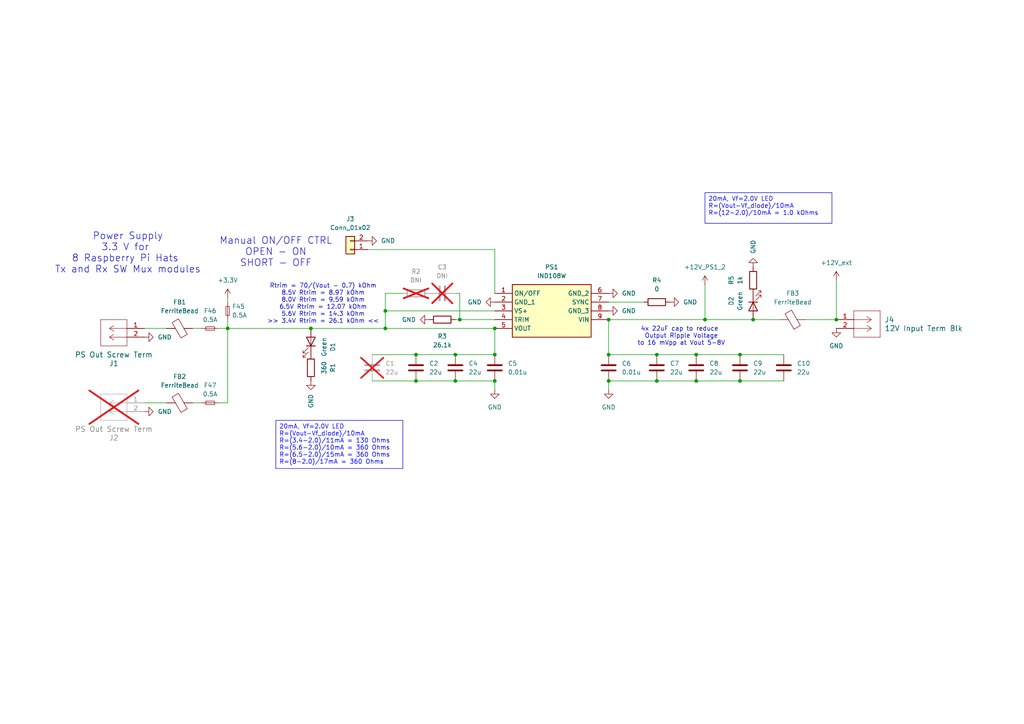
<source format=kicad_sch>
(kicad_sch (version 20231120) (generator "eeschema") (generator_version "8.0")
  (paper "A4")
  (title_block (title "+3.3V DC/DC module") (date "2024-04-04") (rev "1.0"))
  (lib_symbols
    (symbol "BCRL_power_supply:IND108W"
      (property "Reference" "PS" (at 29.21 7.62 0))
      (property "Value" "IND108W" (at 29.21 5.08 0))
      (symbol "IND108W_1_1"
        (rectangle (start 5.08 2.54) (end 27.94 -12.7) (stroke (width 0.254)) (fill (type background)))
        (pin passive line (at 0 0 0) (length 5.08) (name "ON/OFF") (number "1"))
        (pin passive line (at 0 -2.54 0) (length 5.08) (name "GND_1") (number "2"))
        (pin passive line (at 0 -5.08 0) (length 5.08) (name "VS+") (number "3"))
        (pin passive line (at 0 -7.62 0) (length 5.08) (name "TRIM") (number "4"))
        (pin passive line (at 0 -10.16 0) (length 5.08) (name "VOUT") (number "5"))
        (pin passive line (at 33.02 0 180) (length 5.08) (name "GND_2") (number "6"))
        (pin passive line (at 33.02 -2.54 180) (length 5.08) (name "SYNC") (number "7"))
        (pin passive line (at 33.02 -5.08 180) (length 5.08) (name "GND_3") (number "8"))
        (pin passive line (at 33.02 -7.62 180) (length 5.08) (name "VIN") (number "9"))
      )
    )
    (symbol "BCRL_power_supply:OSTVN02A150" (pin_names (offset 0.254) hide)
      (property "Reference" "J" (at 8.89 6.35 0))
      (property "Value" "OSTVN02A150" (at 5.08 -6.35 0))
      (symbol "OSTVN02A150_1_1"
        (polyline (pts (xy 5.08 -5.08) (xy 12.7 -5.08)) (stroke (width 0.127)))
        (polyline (pts (xy 5.08 2.54) (xy 5.08 -5.08)) (stroke (width 0.127)))
        (polyline (pts (xy 10.16 -2.54) (xy 5.08 -2.54)) (stroke (width 0.127)))
        (polyline (pts (xy 10.16 -2.54) (xy 8.89 -3.3867)) (stroke (width 0.127)))
        (polyline (pts (xy 10.16 -2.54) (xy 8.89 -1.6933)) (stroke (width 0.127)))
        (polyline (pts (xy 10.16 0) (xy 5.08 0)) (stroke (width 0.127)))
        (polyline (pts (xy 10.16 0) (xy 8.89 -0.8467)) (stroke (width 0.127)))
        (polyline (pts (xy 10.16 0) (xy 8.89 0.8467)) (stroke (width 0.127)))
        (polyline (pts (xy 12.7 -5.08) (xy 12.7 2.54)) (stroke (width 0.127)))
        (polyline (pts (xy 12.7 2.54) (xy 5.08 2.54)) (stroke (width 0.127)))
        (pin unspecified line (at 0 0 0) (length 5.08) (name "1") (number "1"))
        (pin unspecified line (at 0 -2.54 0) (length 5.08) (name "2") (number "2"))
      )
      (symbol "OSTVN02A150_1_2"
        (polyline (pts (xy 5.08 -5.08) (xy 12.7 -5.08)) (stroke (width 0.127)))
        (polyline (pts (xy 5.08 2.54) (xy 5.08 -5.08)) (stroke (width 0.127)))
        (polyline (pts (xy 7.62 -2.54) (xy 5.08 -2.54)) (stroke (width 0.127)))
        (polyline (pts (xy 7.62 -2.54) (xy 8.89 -3.3867)) (stroke (width 0.127)))
        (polyline (pts (xy 7.62 -2.54) (xy 8.89 -1.6933)) (stroke (width 0.127)))
        (polyline (pts (xy 7.62 0) (xy 5.08 0)) (stroke (width 0.127)))
        (polyline (pts (xy 7.62 0) (xy 8.89 -0.8467)) (stroke (width 0.127)))
        (polyline (pts (xy 7.62 0) (xy 8.89 0.8467)) (stroke (width 0.127)))
        (polyline (pts (xy 12.7 -5.08) (xy 12.7 2.54)) (stroke (width 0.127)))
        (polyline (pts (xy 12.7 2.54) (xy 5.08 2.54)) (stroke (width 0.127)))
        (pin unspecified line (at 0 0 0) (length 5.08) (name "1") (number "1"))
        (pin unspecified line (at 0 -2.54 0) (length 5.08) (name "2") (number "2"))
      )
    )
    (symbol "C_1" (pin_numbers hide) (pin_names (offset 0.254) hide)
      (property "Reference" "C" (at 0.635 2.54 0))
      (property "Value" "C" (at 0.635 -2.54 0))
      (symbol "C_1_0_1"
        (polyline (pts (xy -2.032 -0.762) (xy 2.032 -0.762)) (stroke (width 0.508)))
        (polyline (pts (xy -2.032 0.762) (xy 2.032 0.762)) (stroke (width 0.508)))
      )
      (symbol "C_1_1_1"
        (pin passive line (at 0 3.81 270) (length 2.794) (name "~") (number "1"))
        (pin passive line (at 0 -3.81 90) (length 2.794) (name "~") (number "2"))
      )
    )
    (symbol "Connector_Generic:Conn_01x02" (pin_names (offset 1.016) hide)
      (property "Reference" "J" (at 0 2.54 0))
      (property "Value" "Conn_01x02" (at 0 -5.08 0))
      (symbol "Conn_01x02_1_1"
        (rectangle (start -1.27 -2.413) (end 0 -2.667) (stroke (width 0.1524)))
        (rectangle (start -1.27 0.127) (end 0 -0.127) (stroke (width 0.1524)))
        (rectangle (start -1.27 1.27) (end 1.27 -3.81) (stroke (width 0.254)) (fill (type background)))
        (pin passive line (at -5.08 0 0) (length 3.81) (name "Pin_1") (number "1"))
        (pin passive line (at -5.08 -2.54 0) (length 3.81) (name "Pin_2") (number "2"))
      )
    )
    (symbol "Device:C" (pin_numbers hide) (pin_names (offset 0.254))
      (property "Reference" "C" (at 0.635 2.54 0))
      (property "Value" "C" (at 0.635 -2.54 0))
      (symbol "C_0_1"
        (polyline (pts (xy -2.032 -0.762) (xy 2.032 -0.762)) (stroke (width 0.508)))
        (polyline (pts (xy -2.032 0.762) (xy 2.032 0.762)) (stroke (width 0.508)))
      )
      (symbol "C_1_1"
        (pin passive line (at 0 3.81 270) (length 2.794) (name "~") (number "1"))
        (pin passive line (at 0 -3.81 90) (length 2.794) (name "~") (number "2"))
      )
    )
    (symbol "Device:FerriteBead" (pin_numbers hide) (pin_names (offset 0))
      (property "Reference" "FB" (at -3.81 0.635 90))
      (property "Value" "FerriteBead" (at 3.81 0 90))
      (symbol "FerriteBead_0_1"
        (polyline (pts (xy 0 -1.27) (xy 0 -1.2192)))
        (polyline (pts (xy 0 1.27) (xy 0 1.2954)))
        (polyline (pts (xy -2.7686 0.4064) (xy -1.7018 2.2606) (xy 2.7686 -0.3048) (xy 1.6764 -2.159) (xy -2.7686 0.4064)))
      )
      (symbol "FerriteBead_1_1"
        (pin passive line (at 0 3.81 270) (length 2.54) (name "~") (number "1"))
        (pin passive line (at 0 -3.81 90) (length 2.54) (name "~") (number "2"))
      )
    )
    (symbol "Device:Fuse_Small" (pin_numbers hide) (pin_names (offset 0.254) hide)
      (property "Reference" "F" (at 0 -1.524 0))
      (property "Value" "Fuse_Small" (at 0 1.524 0))
      (symbol "Fuse_Small_0_1"
        (rectangle (start -1.27 0.508) (end 1.27 -0.508))
        (polyline (pts (xy -1.27 0) (xy 1.27 0)))
      )
      (symbol "Fuse_Small_1_1"
        (pin passive line (at -2.54 0 0) (length 1.27) (name "~") (number "1"))
        (pin passive line (at 2.54 0 180) (length 1.27) (name "~") (number "2"))
      )
    )
    (symbol "Device:LED" (pin_numbers hide) (pin_names (offset 1.016) hide)
      (property "Reference" "D" (at 0 2.54 0))
      (property "Value" "LED" (at 0 -2.54 0))
      (symbol "LED_0_1"
        (polyline (pts (xy -1.27 -1.27) (xy -1.27 1.27)) (stroke (width 0.254)))
        (polyline (pts (xy -1.27 0) (xy 1.27 0)))
        (polyline (pts (xy 1.27 -1.27) (xy 1.27 1.27) (xy -1.27 0) (xy 1.27 -1.27)) (stroke (width 0.254)))
        (polyline (pts (xy -3.048 -0.762) (xy -4.572 -2.286) (xy -3.81 -2.286) (xy -4.572 -2.286) (xy -4.572 -1.524)))
        (polyline (pts (xy -1.778 -0.762) (xy -3.302 -2.286) (xy -2.54 -2.286) (xy -3.302 -2.286) (xy -3.302 -1.524)))
      )
      (symbol "LED_1_1"
        (pin passive line (at -3.81 0 0) (length 2.54) (name "K") (number "1"))
        (pin passive line (at 3.81 0 180) (length 2.54) (name "A") (number "2"))
      )
    )
    (symbol "Device:R" (pin_numbers hide) (pin_names (offset 0))
      (property "Reference" "R" (at 2.032 0 90))
      (property "Value" "R" (at 0 0 90))
      (symbol "R_0_1"
        (rectangle (start -1.016 -2.54) (end 1.016 2.54) (stroke (width 0.254)))
      )
      (symbol "R_1_1"
        (pin passive line (at 0 3.81 270) (length 1.27) (name "~") (number "1"))
        (pin passive line (at 0 -3.81 90) (length 1.27) (name "~") (number "2"))
      )
    )
    (symbol "GND_1" (power) (pin_numbers hide) (pin_names (offset 0) hide)
      (property "Value" "GND" (at 0 -3.81 0))
      (symbol "GND_1_0_1"
        (polyline (pts (xy 0 0) (xy 0 -1.27) (xy 1.27 -1.27) (xy 0 -2.54) (xy -1.27 -1.27) (xy 0 -1.27)))
      )
      (symbol "GND_1_1_1"
        (pin power_in line (at 0 0 270) (length 0) hide (name "GND") (number "1"))
      )
    )
    (symbol "GND_2" (power) (pin_numbers hide) (pin_names (offset 0) hide)
      (property "Value" "GND" (at 0 -3.81 0))
      (symbol "GND_2_0_1"
        (polyline (pts (xy 0 0) (xy 0 -1.27) (xy 1.27 -1.27) (xy 0 -2.54) (xy -1.27 -1.27) (xy 0 -1.27)))
      )
      (symbol "GND_2_1_1"
        (pin power_in line (at 0 0 270) (length 0) hide (name "GND") (number "1"))
      )
    )
    (symbol "GND_3" (power) (pin_numbers hide) (pin_names (offset 0) hide)
      (property "Value" "GND" (at 0 -3.81 0))
      (symbol "GND_3_0_1"
        (polyline (pts (xy 0 0) (xy 0 -1.27) (xy 1.27 -1.27) (xy 0 -2.54) (xy -1.27 -1.27) (xy 0 -1.27)))
      )
      (symbol "GND_3_1_1"
        (pin power_in line (at 0 0 270) (length 0) hide (name "GND") (number "1"))
      )
    )
    (symbol "GND_4" (power) (pin_numbers hide) (pin_names (offset 0) hide)
      (property "Value" "GND" (at 0 -3.81 0))
      (symbol "GND_4_0_1"
        (polyline (pts (xy 0 0) (xy 0 -1.27) (xy 1.27 -1.27) (xy 0 -2.54) (xy -1.27 -1.27) (xy 0 -1.27)))
      )
      (symbol "GND_4_1_1"
        (pin power_in line (at 0 0 270) (length 0) hide (name "GND") (number "1"))
      )
    )
    (symbol "GND_5" (power) (pin_numbers hide) (pin_names (offset 0) hide)
      (property "Value" "GND" (at 0 -3.81 0))
      (symbol "GND_5_0_1"
        (polyline (pts (xy 0 0) (xy 0 -1.27) (xy 1.27 -1.27) (xy 0 -2.54) (xy -1.27 -1.27) (xy 0 -1.27)))
      )
      (symbol "GND_5_1_1"
        (pin power_in line (at 0 0 270) (length 0) hide (name "GND") (number "1"))
      )
    )
    (symbol "power:+12V" (power) (pin_numbers hide) (pin_names (offset 0) hide)
      (property "Value" "+12V" (at 0 3.556 0))
      (symbol "+12V_0_1"
        (polyline (pts (xy -0.762 1.27) (xy 0 2.54)))
        (polyline (pts (xy 0 0) (xy 0 2.54)))
        (polyline (pts (xy 0 2.54) (xy 0.762 1.27)))
      )
      (symbol "+12V_1_1"
        (pin power_in line (at 0 0 90) (length 0) (name "~") (number "1"))
      )
    )
    (symbol "power:+3.3V" (power) (pin_numbers hide) (pin_names (offset 0) hide)
      (property "Value" "+3.3V" (at 0 3.556 0))
      (symbol "+3.3V_0_1"
        (polyline (pts (xy -0.762 1.27) (xy 0 2.54)))
        (polyline (pts (xy 0 0) (xy 0 2.54)))
        (polyline (pts (xy 0 2.54) (xy 0.762 1.27)))
      )
      (symbol "+3.3V_1_1"
        (pin power_in line (at 0 0 90) (length 0) (name "~") (number "1"))
      )
    )
    (symbol "power:GND" (power) (pin_numbers hide) (pin_names (offset 0) hide)
      (property "Value" "GND" (at 0 -3.81 0))
      (symbol "GND_0_1"
        (polyline (pts (xy 0 0) (xy 0 -1.27) (xy 1.27 -1.27) (xy 0 -2.54) (xy -1.27 -1.27) (xy 0 -1.27)))
      )
      (symbol "GND_1_1"
        (pin power_in line (at 0 0 270) (length 0) hide (name "GND") (number "1"))
      )
    )
  )
  (junction (at 120.65 110.49))
  (junction (at 66.04 95.25))
  (junction (at 143.51 110.49))
  (junction (at 143.51 102.87))
  (junction (at 111.76 90.17))
  (junction (at 190.5 102.87))
  (junction (at 204.47 92.71))
  (junction (at 214.63 110.49))
  (junction (at 133.35 92.71))
  (junction (at 176.53 102.87))
  (junction (at 120.65 102.87))
  (junction (at 242.57 92.71))
  (junction (at 90.17 95.25))
  (junction (at 218.44 92.71))
  (junction (at 176.53 110.49))
  (junction (at 201.93 102.87))
  (junction (at 214.63 102.87))
  (junction (at 132.08 110.49))
  (junction (at 143.51 95.25))
  (junction (at 132.08 102.87))
  (junction (at 201.93 110.49))
  (junction (at 176.53 92.71))
  (junction (at 111.76 95.25))
  (junction (at 190.5 110.49))
  (wire (pts (xy 143.51 95.25) (xy 143.51 102.87)))
  (wire (pts (xy 133.35 92.71) (xy 143.51 92.71)))
  (wire (pts (xy 63.5 95.25) (xy 66.04 95.25)))
  (wire (pts (xy 90.17 95.25) (xy 111.76 95.25)))
  (wire (pts (xy 111.76 85.09) (xy 111.76 90.17)))
  (wire (pts (xy 66.04 116.84) (xy 66.04 95.25)))
  (wire (pts (xy 66.04 92.71) (xy 66.04 95.25)))
  (wire (pts (xy 214.63 102.87) (xy 227.33 102.87)))
  (wire (pts (xy 143.51 72.39) (xy 143.51 85.09)))
  (wire (pts (xy 176.53 102.87) (xy 190.5 102.87)))
  (wire (pts (xy 204.47 92.71) (xy 218.44 92.71)))
  (wire (pts (xy 132.08 85.09) (xy 133.35 85.09)))
  (wire (pts (xy 218.44 92.71) (xy 226.06 92.71)))
  (wire (pts (xy 66.04 95.25) (xy 90.17 95.25)))
  (wire (pts (xy 120.65 102.87) (xy 132.08 102.87)))
  (wire (pts (xy 120.65 110.49) (xy 132.08 110.49)))
  (wire (pts (xy 242.57 81.28) (xy 242.57 92.71)))
  (wire (pts (xy 55.88 95.25) (xy 58.42 95.25)))
  (wire (pts (xy 143.51 110.49) (xy 143.51 113.03)))
  (wire (pts (xy 176.53 92.71) (xy 204.47 92.71)))
  (wire (pts (xy 201.93 102.87) (xy 214.63 102.87)))
  (wire (pts (xy 66.04 86.36) (xy 66.04 87.63)))
  (wire (pts (xy 41.91 95.25) (xy 48.26 95.25)))
  (wire (pts (xy 176.53 110.49) (xy 190.5 110.49)))
  (wire (pts (xy 201.93 110.49) (xy 214.63 110.49)))
  (wire (pts (xy 132.08 110.49) (xy 143.51 110.49)))
  (wire (pts (xy 132.08 102.87) (xy 143.51 102.87)))
  (wire (pts (xy 143.51 90.17) (xy 111.76 90.17)))
  (wire (pts (xy 214.63 110.49) (xy 227.33 110.49)))
  (wire (pts (xy 176.53 87.63) (xy 186.69 87.63)))
  (wire (pts (xy 176.53 92.71) (xy 176.53 102.87)))
  (wire (pts (xy 233.68 92.71) (xy 242.57 92.71)))
  (wire (pts (xy 63.5 116.84) (xy 66.04 116.84)))
  (wire (pts (xy 116.84 85.09) (xy 111.76 85.09)))
  (wire (pts (xy 190.5 102.87) (xy 201.93 102.87)))
  (wire (pts (xy 204.47 82.55) (xy 204.47 92.71)))
  (wire (pts (xy 111.76 90.17) (xy 111.76 95.25)))
  (wire (pts (xy 107.95 110.49) (xy 120.65 110.49)))
  (wire (pts (xy 106.68 72.39) (xy 143.51 72.39)))
  (wire (pts (xy 111.76 95.25) (xy 143.51 95.25)))
  (wire (pts (xy 55.88 116.84) (xy 58.42 116.84)))
  (wire (pts (xy 41.91 116.84) (xy 48.26 116.84)))
  (wire (pts (xy 132.08 92.71) (xy 133.35 92.71)))
  (wire (pts (xy 107.95 102.87) (xy 120.65 102.87)))
  (wire (pts (xy 133.35 85.09) (xy 133.35 92.71)))
  (wire (pts (xy 176.53 110.49) (xy 176.53 113.03)))
  (wire (pts (xy 190.5 110.49) (xy 201.93 110.49)))
  (text_box "20mA, Vf=2.0V LED \nR=(Vout-Vf_diode)/10mA \nR=(3.4-2.0)/11mA = 130 Ohms  \nR=(5.6-2.0)/10mA = 360 Ohms  \nR=(6.5-2.0)/15mA = 360 Ohms  \nR=(8-2.0)/17mA = 360 Ohms  \n" (at 80.01 121.92 0) (size 36.83 13.97) (effects (font (size 1.27 1.27)) (justify left top)))
  (text_box "20mA, Vf=2.0V LED \nR=(Vout-Vf_diode)/10mA \nR=(12-2.0)/10mA = 1.0 kOhms  \n\n" (at 204.47 55.88 0) (size 36.83 8.89) (effects (font (size 1.27 1.27)) (justify left top)))
  (text "4x 22uF cap to reduce \nOutput Ripple Voltage\nto 16 mVpp at Vout 5-8V" (at 197.612 97.536 0) (effects (font (size 1.27 1.27))))
  (text "Power Supply\n3.3 V for \n8 Raspberry Pi Hats \nTx and Rx SW Mux modules\n" (at 37.084 73.406 0) (effects (font (size 2 2))))
  (text "Manual ON/OFF CTRL\nOPEN - ON\nSHORT - OFF" (at 80.01 73.152 0) (effects (font (size 2 2))))
  (text "Rtrim = 70/(Vout - 0.7) kOhm\n8.5V Rtrim = 8.97 kOhm\n8.0V Rtrim = 9.59 kOhm\n6.5V Rtrim = 12.07 kOhm\n5.6V Rtrim = 14.3 kOhm\n>> 3.4V Rtrim = 26.1 kOhm <<\n\n\n" (at 93.726 90.17 0) (effects (font (size 1.27 1.27))))
  (symbol (lib_id "Device:R") (at 128.27 92.71 90) (mirror x) (unit 1)
    (property "Reference" "R3" (at 128.27 97.536 90))
    (property "Value" "26.1k" (at 128.27 100.076 90))
    (property "Footprint" "BCRL_power_supply:RESC1608X50N" (effects (hide yes)))
    (property "Datasheet" "https://www.vishay.com/doc?20035" (effects (hide yes)))
    (property "Description" "1/10 W" (effects (hide yes)))
    (property "PN" "CRCW060326K1FKEA" (effects (hide yes)))
    (property "Mfr" "Vishay" (effects (hide yes)))
  )
  (symbol (lib_id "Device:C") (at 120.65 106.68 0) (unit 1)
    (property "Reference" "C2" (at 124.46 105.4099 0) (effects (justify left)))
    (property "Value" "22u" (at 124.46 107.9499 0) (effects (justify left)))
    (property "Footprint" "BCRL_power_supply:CAPC2012X145N" (effects (hide yes)))
    (property "Datasheet" "https://www.mouser.ca/datasheet/2/281/1/GRM21BR61E226ME44_01A-1986898.pdf" (effects (hide yes)))
    (property "Description" "22 uF 25V " (effects (hide yes)))
    (property "PN" "GRM21BR61E226ME44L" (effects (hide yes)))
    (property "Mfr" "Murata" (effects (hide yes)))
  )
  (symbol (lib_id "Device:R") (at 90.17 106.68 0) (mirror x) (unit 1)
    (property "Reference" "R1" (at 96.52 106.68 90))
    (property "Value" "360" (at 93.98 106.68 90))
    (property "Footprint" "BCRL_power_supply:RESC1608X50N" (effects (hide yes)))
    (property "Datasheet" "https://www.vishay.com/docs/20035/dcrcwe3.pdf" (effects (hide yes)))
    (property "Description" "1/10 W" (effects (hide yes)))
    (property "PN" "CRCW0603360RJNEA" (effects (hide yes)))
    (property "Mfr" "Vishay" (effects (hide yes)))
  )
  (symbol (lib_id "BCRL_power_supply:OSTVN02A150") (at 41.91 116.84 0) (mirror y) (unit 1) (in_bom no) (dnp yes)
    (property "Reference" "J2" (at 33.02 127 0) (effects (font (size 1.524 1.524))))
    (property "Value" "PS Out Screw Term" (at 33.02 124.46 0) (effects (font (size 1.524 1.524))))
    (property "Footprint" "BCRL_power_supply:CONN_OSTVN02A150_OST" (effects (hide yes)))
    (property "Datasheet" "https://mm.digikey.com/Volume0/opasdata/d220001/medias/docus/1123/OSTVNXXA150.pdf" (effects (hide yes)))
    (property "PN" "OSTVN02A150" (effects (hide yes)))
  )
  (symbol (lib_id "Device:C") (at 107.95 106.68 0) (unit 1) (in_bom no) (dnp yes)
    (property "Reference" "C1" (at 111.76 105.4099 0) (effects (justify left)))
    (property "Value" "22u" (at 111.76 107.9499 0) (effects (justify left)))
    (property "Footprint" "BCRL_power_supply:CAPC2012X145N" (effects (hide yes)))
    (property "Datasheet" "https://www.mouser.ca/datasheet/2/281/1/GRM21BR61E226ME44_01A-1986898.pdf" (effects (hide yes)))
    (property "Description" "22 uF 25V " (effects (hide yes)))
    (property "PN" "GRM21BR61E226ME44L" (effects (hide yes)))
    (property "Mfr" "Murata" (effects (hide yes)))
  )
  (symbol (lib_id "power:GND") (at 176.53 113.03 0) (mirror y) (unit 1)
    (property "Reference" "#PWR012" (effects (hide yes)))
    (property "Value" "GND" (at 176.53 118.11 0))
  )
  (symbol (lib_id "power:+3.3V") (at 66.04 86.36 0) (unit 1)
    (property "Reference" "#PWR04" (effects (hide yes)))
    (property "Value" "+3.3V" (at 66.04 81.28 0))
    (property "Description" "Power symbol creates a global label with name \"+3.3V\"" (effects (hide yes)))
  )
  (symbol (lib_name "GND_2") (lib_id "power:GND") (at 176.53 85.09 90) (mirror x) (unit 1)
    (property "Reference" "#PWR010" (effects (hide yes)))
    (property "Value" "GND" (at 180.34 85.0899 90) (effects (justify right)))
  )
  (symbol (lib_id "Device:Fuse_Small") (at 60.96 95.25 0) (unit 1)
    (property "Reference" "F46" (at 60.96 90.17 0))
    (property "Value" "0.5A" (at 60.96 92.71 0))
    (property "Footprint" "BCRL_power_supply:ERBRE0R50V" (effects (hide yes)))
    (property "Datasheet" "https://www.mouser.ca/datasheet/2/315/AFA0000C7-1025982.pdf" (effects (hide yes)))
    (property "Description" "SMD Fuse 0603" (effects (hide yes)))
    (property "PN" "ERB-RE0R50V" (effects (hide yes)))
    (property "Mfr" "Panasonic" (effects (hide yes)))
  )
  (symbol (lib_name "GND_3") (lib_id "power:GND") (at 176.53 90.17 90) (mirror x) (unit 1)
    (property "Reference" "#PWR011" (effects (hide yes)))
    (property "Value" "GND" (at 180.34 90.1699 90) (effects (justify right)))
  )
  (symbol (lib_id "Device:R") (at 218.44 81.28 0) (mirror y) (unit 1)
    (property "Reference" "R5" (at 212.09 81.28 90))
    (property "Value" "1k" (at 214.63 81.28 90))
    (property "Footprint" "BCRL_power_supply:RESC1608X50N" (effects (hide yes)))
    (property "Datasheet" "https://www.vishay.com/docs/20035/dcrcwe3.pdf" (effects (hide yes)))
    (property "Description" "1/10 W" (effects (hide yes)))
    (property "PN" "CRCW06031K00JNEC" (effects (hide yes)))
    (property "Mfr" "Vishay" (effects (hide yes)))
  )
  (symbol (lib_name "GND_4") (lib_id "power:GND") (at 143.51 87.63 270) (mirror x) (unit 1)
    (property "Reference" "#PWR08" (effects (hide yes)))
    (property "Value" "GND" (at 139.7 87.6299 90) (effects (justify right)))
  )
  (symbol (lib_name "C_1") (lib_id "Device:C") (at 128.27 85.09 270) (mirror x) (unit 1) (in_bom no) (dnp yes)
    (property "Reference" "C3" (at 128.27 77.47 90))
    (property "Value" "DNI" (at 128.27 80.01 90))
    (property "Footprint" "Capacitor_SMD:C_0603_1608Metric" (effects (hide yes)))
    (property "Description" "Ctune" (effects (hide yes)))
  )
  (symbol (lib_id "Device:LED") (at 90.17 99.06 270) (mirror x) (unit 1)
    (property "Reference" "D1" (at 96.52 100.6475 0))
    (property "Value" "Green" (at 93.98 100.6475 0))
    (property "Footprint" "BCRL_power_supply:LEDC1608X80N" (effects (hide yes)))
    (property "Datasheet" "https://www.we-online.com/catalog/datasheet/150060VS75000.pdf" (effects (hide yes)))
    (property "Description" "LED green 20mA Vf=2V" (effects (hide yes)))
    (property "PN" "150060VS75000" (effects (hide yes)))
    (property "Mfr" "Wurth Elektronik" (effects (hide yes)))
  )
  (symbol (lib_id "Device:C") (at 143.51 106.68 0) (unit 1)
    (property "Reference" "C5" (at 147.32 105.4099 0) (effects (justify left)))
    (property "Value" "0.01u" (at 147.32 107.9499 0) (effects (justify left)))
    (property "Footprint" "BCRL_power_supply:CAPC1608X90N" (effects (hide yes)))
    (property "Datasheet" "https://www.mouser.ca/datasheet/2/281/1/GRM1885C1E103JA01_01A-1984693.pdf" (effects (hide yes)))
    (property "Description" "0.01 uF 25V" (effects (hide yes)))
    (property "PN" "GRM1885C1E103JA01D" (effects (hide yes)))
    (property "Mfr" "Murata" (effects (hide yes)))
  )
  (symbol (lib_id "Device:C") (at 190.5 106.68 0) (unit 1)
    (property "Reference" "C7" (at 194.31 105.4099 0) (effects (justify left)))
    (property "Value" "22u" (at 194.31 107.9499 0) (effects (justify left)))
    (property "Footprint" "BCRL_power_supply:CAPC2012X145N" (effects (hide yes)))
    (property "Datasheet" "https://www.mouser.ca/datasheet/2/281/1/GRM21BR61E226ME44_01A-1986898.pdf" (effects (hide yes)))
    (property "Description" "22 uF 25V " (effects (hide yes)))
    (property "PN" "GRM21BR61E226ME44L" (effects (hide yes)))
    (property "Mfr" "Murata" (effects (hide yes)))
  )
  (symbol (lib_id "Device:C") (at 227.33 106.68 0) (unit 1)
    (property "Reference" "C10" (at 231.14 105.4099 0) (effects (justify left)))
    (property "Value" "22u" (at 231.14 107.9499 0) (effects (justify left)))
    (property "Footprint" "BCRL_power_supply:CAPC2012X145N" (effects (hide yes)))
    (property "Datasheet" "https://www.mouser.ca/datasheet/2/281/1/GRM21BR61E226ME44_01A-1986898.pdf" (effects (hide yes)))
    (property "Description" "22 uF 25V " (effects (hide yes)))
    (property "PN" "GRM21BR61E226ME44L" (effects (hide yes)))
    (property "Mfr" "Murata" (effects (hide yes)))
  )
  (symbol (lib_id "Device:C") (at 176.53 106.68 0) (unit 1)
    (property "Reference" "C6" (at 180.34 105.4099 0) (effects (justify left)))
    (property "Value" "0.01u" (at 180.34 107.9499 0) (effects (justify left)))
    (property "Footprint" "BCRL_power_supply:CAPC1608X90N" (effects (hide yes)))
    (property "Datasheet" "https://www.mouser.ca/datasheet/2/281/1/GRM1885C1E103JA01_01A-1984693.pdf" (effects (hide yes)))
    (property "Description" "0.01 uF 25V" (effects (hide yes)))
    (property "PN" "GRM1885C1E103JA01D" (effects (hide yes)))
    (property "Mfr" "Murata" (effects (hide yes)))
  )
  (symbol (lib_id "power:GND") (at 242.57 95.25 0) (mirror y) (unit 1)
    (property "Reference" "#PWR015" (effects (hide yes)))
    (property "Value" "GND" (at 242.57 100.33 0))
  )
  (symbol (lib_id "power:GND") (at 106.68 69.85 90) (unit 1)
    (property "Reference" "#PWR06" (effects (hide yes)))
    (property "Value" "GND" (at 110.49 69.8499 90) (effects (justify right)))
  )
  (symbol (lib_id "Device:Fuse_Small") (at 60.96 116.84 0) (unit 1)
    (property "Reference" "F47" (at 60.96 111.76 0))
    (property "Value" "0.5A" (at 60.96 114.3 0))
    (property "Footprint" "BCRL_power_supply:ERBRE0R50V" (effects (hide yes)))
    (property "Datasheet" "https://www.mouser.ca/datasheet/2/315/AFA0000C7-1025982.pdf" (effects (hide yes)))
    (property "Description" "SMD Fuse 0603" (effects (hide yes)))
    (property "PN" "ERB-RE0R50V" (effects (hide yes)))
    (property "Mfr" "Panasonic" (effects (hide yes)))
  )
  (symbol (lib_name "GND_2") (lib_id "power:GND") (at 194.31 87.63 90) (mirror x) (unit 1)
    (property "Reference" "#PWR013" (effects (hide yes)))
    (property "Value" "GND" (at 198.12 87.6299 90) (effects (justify right)))
  )
  (symbol (lib_id "Device:C") (at 132.08 106.68 0) (unit 1)
    (property "Reference" "C4" (at 135.89 105.4099 0) (effects (justify left)))
    (property "Value" "22u" (at 135.89 107.9499 0) (effects (justify left)))
    (property "Footprint" "BCRL_power_supply:CAPC2012X145N" (effects (hide yes)))
    (property "Datasheet" "https://www.mouser.ca/datasheet/2/281/1/GRM21BR61E226ME44_01A-1986898.pdf" (effects (hide yes)))
    (property "Description" "22 uF 25V " (effects (hide yes)))
    (property "PN" "GRM21BR61E226ME44L" (effects (hide yes)))
    (property "Mfr" "Murata" (effects (hide yes)))
  )
  (symbol (lib_id "Device:LED") (at 218.44 88.9 90) (mirror x) (unit 1)
    (property "Reference" "D2" (at 212.09 87.3125 0))
    (property "Value" "Green" (at 214.63 87.3125 0))
    (property "Footprint" "BCRL_power_supply:LEDC1608X80N" (effects (hide yes)))
    (property "Datasheet" "https://www.we-online.com/catalog/datasheet/150060VS75000.pdf" (effects (hide yes)))
    (property "Description" "LED green 20mA Vf=2V" (effects (hide yes)))
    (property "PN" "150060VS75000" (effects (hide yes)))
    (property "Mfr" "Wurth Elektronik" (effects (hide yes)))
  )
  (symbol (lib_id "BCRL_power_supply:OSTVN02A150") (at 242.57 92.71 0) (unit 1)
    (property "Reference" "J4" (at 256.54 92.71 0) (effects (font (size 1.524 1.524)) (justify left)))
    (property "Value" "12V Input Term Blk" (at 256.54 95.25 0) (effects (font (size 1.524 1.524)) (justify left)))
    (property "Footprint" "BCRL_power_supply:CONN_OSTVN02A150_OST" (effects (hide yes)))
    (property "Datasheet" "https://mm.digikey.com/Volume0/opasdata/d220001/medias/docus/1123/OSTVNXXA150.pdf" (effects (hide yes)))
    (property "Description" "2 Screw Terminal" (effects (hide yes)))
    (property "PN" "OSTVN02A150" (effects (hide yes)))
    (property "Mfr" "On Shore Technology Inc." (effects (hide yes)))
  )
  (symbol (lib_name "GND_5") (lib_id "power:GND") (at 143.51 113.03 0) (mirror y) (unit 1)
    (property "Reference" "#PWR09" (effects (hide yes)))
    (property "Value" "GND" (at 143.51 118.11 0))
  )
  (symbol (lib_id "power:GND") (at 90.17 110.49 0) (mirror y) (unit 1)
    (property "Reference" "#PWR05" (effects (hide yes)))
    (property "Value" "GND" (at 90.17 114.3 90) (effects (justify right)))
  )
  (symbol (lib_name "GND_1") (lib_id "power:GND") (at 124.46 92.71 270) (mirror x) (unit 1)
    (property "Reference" "#PWR07" (effects (hide yes)))
    (property "Value" "GND" (at 120.65 92.7099 90) (effects (justify right)))
  )
  (symbol (lib_id "Device:C") (at 214.63 106.68 0) (unit 1)
    (property "Reference" "C9" (at 218.44 105.4099 0) (effects (justify left)))
    (property "Value" "22u" (at 218.44 107.9499 0) (effects (justify left)))
    (property "Footprint" "BCRL_power_supply:CAPC2012X145N" (effects (hide yes)))
    (property "Datasheet" "https://www.mouser.ca/datasheet/2/281/1/GRM21BR61E226ME44_01A-1986898.pdf" (effects (hide yes)))
    (property "Description" "22 uF 25V " (effects (hide yes)))
    (property "PN" "GRM21BR61E226ME44L" (effects (hide yes)))
    (property "Mfr" "Murata" (effects (hide yes)))
  )
  (symbol (lib_id "Device:Fuse_Small") (at 66.04 90.17 90) (unit 1)
    (property "Reference" "F45" (at 67.31 88.8999 90) (effects (justify right)))
    (property "Value" "0.5A" (at 67.31 91.4399 90) (effects (justify right)))
    (property "Footprint" "BCRL_power_supply:ERBRE0R50V" (effects (hide yes)))
    (property "Datasheet" "https://www.mouser.ca/datasheet/2/315/AFA0000C7-1025982.pdf" (effects (hide yes)))
    (property "Description" "SMD Fuse 0603" (effects (hide yes)))
    (property "PN" "ERB-RE0R50V" (effects (hide yes)))
    (property "Mfr" "Panasonic" (effects (hide yes)))
  )
  (symbol (lib_name "GND_4") (lib_id "power:GND") (at 41.91 97.79 90) (mirror x) (unit 1)
    (property "Reference" "#PWR02" (effects (hide yes)))
    (property "Value" "GND" (at 45.72 97.79 90) (effects (justify right)))
  )
  (symbol (lib_id "Device:FerriteBead") (at 52.07 116.84 270) (mirror x) (unit 1)
    (property "Reference" "FB2" (at 52.1208 109.22 90))
    (property "Value" "FerriteBead" (at 52.1208 111.76 90))
    (property "Footprint" "BCRL_power_supply:BEADC1005X55N" (effects (hide yes)))
    (property "Datasheet" "https://product.tdk.com/system/files/dam/doc/product/emc/emc/suppression-filter/catalog/suppression-filter_commercial_maf1005p_en.pdf" (effects (hide yes)))
    (property "Description" "Ferrite bead 9 mOhm 6A" (effects (hide yes)))
    (property "PN" "MAF1005PAD120CT000" (effects (hide yes)))
    (property "Mfr" "TDK" (effects (hide yes)))
  )
  (symbol (lib_id "Device:R") (at 120.65 85.09 90) (unit 1) (in_bom no) (dnp yes)
    (property "Reference" "R2" (at 120.65 78.74 90))
    (property "Value" "DNI" (at 120.65 81.28 90))
    (property "Footprint" "Resistor_SMD:R_0603_1608Metric" (effects (hide yes)))
    (property "Description" "Rtune" (effects (hide yes)))
  )
  (symbol (lib_id "Device:FerriteBead") (at 52.07 95.25 270) (mirror x) (unit 1)
    (property "Reference" "FB1" (at 52.1208 87.63 90))
    (property "Value" "FerriteBead" (at 52.1208 90.17 90))
    (property "Footprint" "BCRL_power_supply:BEADC1005X55N" (effects (hide yes)))
    (property "Datasheet" "https://product.tdk.com/system/files/dam/doc/product/emc/emc/suppression-filter/catalog/suppression-filter_commercial_maf1005p_en.pdf" (effects (hide yes)))
    (property "Description" "Ferrite bead 9 mOhm 6A" (effects (hide yes)))
    (property "PN" "MAF1005PAD120CT000" (effects (hide yes)))
    (property "Mfr" "TDK" (effects (hide yes)))
  )
  (symbol (lib_id "power:+3.3V") (at 204.47 82.55 0) (unit 1)
    (property "Reference" "#PWR0324" (effects (hide yes)))
    (property "Value" "+12V_PS1_2" (at 204.47 77.47 0))
    (property "Description" "Power symbol creates a global label with name \"+3.3V\"" (effects (hide yes)))
  )
  (symbol (lib_id "Connector_Generic:Conn_01x02") (at 101.6 72.39 180) (unit 1)
    (property "Reference" "J3" (at 101.6 63.5 0))
    (property "Value" "Conn_01x02" (at 101.6 66.04 0))
    (property "Footprint" "BCRL_power_supply:M20-8770242" (effects (hide yes)))
    (property "Datasheet" "https://www.mouser.ca/datasheet/2/181/M20-877-1133516.pdf" (effects (hide yes)))
    (property "Description" "1x2 pin Header SMT, Vertical " (effects (hide yes)))
    (property "PN" "M20-8770242" (effects (hide yes)))
    (property "Mfr" "Harwin" (effects (hide yes)))
  )
  (symbol (lib_id "BCRL_power_supply:OSTVN02A150") (at 41.91 95.25 0) (mirror y) (unit 1)
    (property "Reference" "J1" (at 33.02 105.41 0) (effects (font (size 1.524 1.524))))
    (property "Value" "PS Out Screw Term" (at 33.02 102.87 0) (effects (font (size 1.524 1.524))))
    (property "Footprint" "BCRL_power_supply:CONN_OSTVN02A150_OST" (effects (hide yes)))
    (property "Datasheet" "https://mm.digikey.com/Volume0/opasdata/d220001/medias/docus/1123/OSTVNXXA150.pdf" (effects (hide yes)))
    (property "Description" "2 Screw Terminal" (effects (hide yes)))
    (property "PN" "OSTVN02A150" (effects (hide yes)))
    (property "Mfr" "On Shore Technology Inc." (effects (hide yes)))
  )
  (symbol (lib_id "Device:C") (at 201.93 106.68 0) (unit 1)
    (property "Reference" "C8" (at 205.74 105.4099 0) (effects (justify left)))
    (property "Value" "22u" (at 205.74 107.9499 0) (effects (justify left)))
    (property "Footprint" "BCRL_power_supply:CAPC2012X145N" (effects (hide yes)))
    (property "Datasheet" "https://www.mouser.ca/datasheet/2/281/1/GRM21BR61E226ME44_01A-1986898.pdf" (effects (hide yes)))
    (property "Description" "22 uF 25V " (effects (hide yes)))
    (property "PN" "GRM21BR61E226ME44L" (effects (hide yes)))
    (property "Mfr" "Murata" (effects (hide yes)))
  )
  (symbol (lib_name "GND_4") (lib_id "power:GND") (at 41.91 119.38 90) (mirror x) (unit 1)
    (property "Reference" "#PWR03" (effects (hide yes)))
    (property "Value" "GND" (at 45.72 119.38 90) (effects (justify right)))
  )
  (symbol (lib_id "power:GND") (at 218.44 77.47 0) (mirror x) (unit 1)
    (property "Reference" "#PWR014" (effects (hide yes)))
    (property "Value" "GND" (at 218.44 73.66 90) (effects (justify right)))
  )
  (symbol (lib_id "Device:FerriteBead") (at 229.87 92.71 270) (mirror x) (unit 1)
    (property "Reference" "FB3" (at 229.9208 85.09 90))
    (property "Value" "FerriteBead" (at 229.9208 87.63 90))
    (property "Footprint" "BCRL_power_supply:BEADC1005X55N" (effects (hide yes)))
    (property "Datasheet" "https://product.tdk.com/system/files/dam/doc/product/emc/emc/suppression-filter/catalog/suppression-filter_commercial_maf1005p_en.pdf" (effects (hide yes)))
    (property "Description" "Ferrite bead 9 mOhm 6A" (effects (hide yes)))
    (property "PN" "MAF1005PAD120CT000" (effects (hide yes)))
    (property "Mfr" "TDK" (effects (hide yes)))
  )
  (symbol (lib_id "Device:R") (at 190.5 87.63 270) (mirror x) (unit 1)
    (property "Reference" "R4" (at 190.5 81.28 90))
    (property "Value" "0" (at 190.5 83.82 90))
    (property "Footprint" "BCRL_power_supply:RESC1608X55N" (effects (hide yes)))
    (property "Datasheet" "https://www.vishay.com/docs/20035/dcrcwe3.pdf" (effects (hide yes)))
    (property "Description" "1/10 W" (effects (hide yes)))
    (property "PN" "CRCW06030000Z0EAHP" (effects (hide yes)))
    (property "Mfr" "Vishay" (effects (hide yes)))
  )
  (symbol (lib_id "BCRL_power_supply:IND108W") (at 143.51 85.09 0) (unit 1)
    (property "Reference" "PS1" (at 160.02 77.47 0))
    (property "Value" "IND108W" (at 160.02 80.01 0))
    (property "Footprint" "BCRL_power_supply:IND108W" (effects (hide yes)))
    (property "Datasheet" "https://www.omnionpower.com/assets/pdfs/windchill/data-sheet/ind108w_ds.pdf?nocache=1710831926" (effects (hide yes)))
    (property "Description" "DC/DC 12Vin 3-9V 108W 12A" (effects (hide yes)))
    (property "Height" "10" (effects (hide yes)))
    (property "Manufacturer_Name" "OmniOn Power" (effects (hide yes)))
    (property "Manufacturer_Part_Number" "IND108W" (effects (hide yes)))
    (property "Mfr" "GE" (effects (hide yes)))
    (property "PN" "IND108W" (effects (hide yes)))
  )
  (symbol (lib_id "power:+12V") (at 242.57 81.28 0) (unit 1)
    (property "Reference" "#PWR0328" (effects (hide yes)))
    (property "Value" "+12V_ext" (at 242.57 76.2 0))
    (property "Description" "Power symbol creates a global label with name \"+12V\"" (effects (hide yes)))
  )
)
</source>
